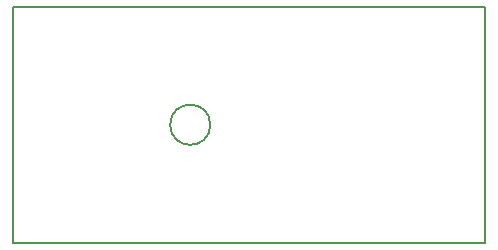
<source format=gm1>
G04 #@! TF.GenerationSoftware,KiCad,Pcbnew,8.0.2*
G04 #@! TF.CreationDate,2024-06-29T14:49:15+02:00*
G04 #@! TF.ProjectId,STM32F4_GateSignalGenerator_GateDriver,53544d33-3246-4345-9f47-617465536967,rev?*
G04 #@! TF.SameCoordinates,Original*
G04 #@! TF.FileFunction,Profile,NP*
%FSLAX46Y46*%
G04 Gerber Fmt 4.6, Leading zero omitted, Abs format (unit mm)*
G04 Created by KiCad (PCBNEW 8.0.2) date 2024-06-29 14:49:15*
%MOMM*%
%LPD*%
G01*
G04 APERTURE LIST*
G04 #@! TA.AperFunction,Profile*
%ADD10C,0.200000*%
G04 #@! TD*
G04 APERTURE END LIST*
D10*
X167700000Y-94000000D02*
G75*
G02*
X164300000Y-94000000I-1700000J0D01*
G01*
X164300000Y-94000000D02*
G75*
G02*
X167700000Y-94000000I1700000J0D01*
G01*
X151000000Y-84000000D02*
X191000000Y-84000000D01*
X191000000Y-104000000D01*
X151000000Y-104000000D01*
X151000000Y-84000000D01*
M02*

</source>
